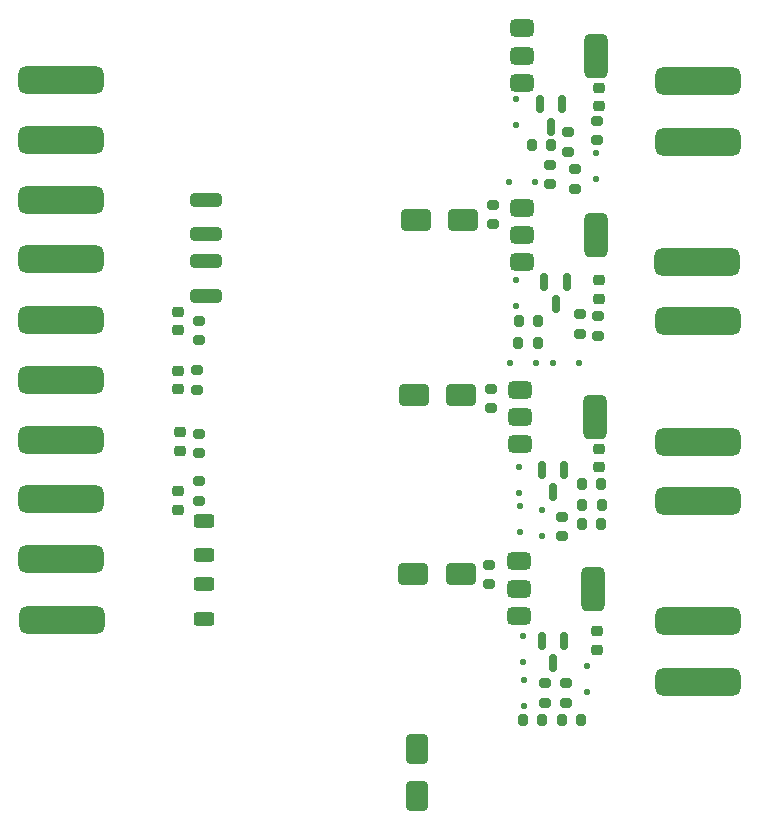
<source format=gbr>
%TF.GenerationSoftware,KiCad,Pcbnew,7.0.11*%
%TF.CreationDate,2025-09-14T18:45:34-04:00*%
%TF.ProjectId,14.1.7 - PMOS - PLC Connector Combined,31342e31-2e37-4202-9d20-504d4f53202d,rev?*%
%TF.SameCoordinates,Original*%
%TF.FileFunction,Paste,Top*%
%TF.FilePolarity,Positive*%
%FSLAX46Y46*%
G04 Gerber Fmt 4.6, Leading zero omitted, Abs format (unit mm)*
G04 Created by KiCad (PCBNEW 7.0.11) date 2025-09-14 18:45:34*
%MOMM*%
%LPD*%
G01*
G04 APERTURE LIST*
G04 Aperture macros list*
%AMRoundRect*
0 Rectangle with rounded corners*
0 $1 Rounding radius*
0 $2 $3 $4 $5 $6 $7 $8 $9 X,Y pos of 4 corners*
0 Add a 4 corners polygon primitive as box body*
4,1,4,$2,$3,$4,$5,$6,$7,$8,$9,$2,$3,0*
0 Add four circle primitives for the rounded corners*
1,1,$1+$1,$2,$3*
1,1,$1+$1,$4,$5*
1,1,$1+$1,$6,$7*
1,1,$1+$1,$8,$9*
0 Add four rect primitives between the rounded corners*
20,1,$1+$1,$2,$3,$4,$5,0*
20,1,$1+$1,$4,$5,$6,$7,0*
20,1,$1+$1,$6,$7,$8,$9,0*
20,1,$1+$1,$8,$9,$2,$3,0*%
G04 Aperture macros list end*
%ADD10RoundRect,0.200000X-0.275000X0.200000X-0.275000X-0.200000X0.275000X-0.200000X0.275000X0.200000X0*%
%ADD11RoundRect,0.125000X0.125000X-0.125000X0.125000X0.125000X-0.125000X0.125000X-0.125000X-0.125000X0*%
%ADD12RoundRect,0.572500X-3.045750X-0.572500X3.045750X-0.572500X3.045750X0.572500X-3.045750X0.572500X0*%
%ADD13RoundRect,0.200000X0.275000X-0.200000X0.275000X0.200000X-0.275000X0.200000X-0.275000X-0.200000X0*%
%ADD14RoundRect,0.218750X0.256250X-0.218750X0.256250X0.218750X-0.256250X0.218750X-0.256250X-0.218750X0*%
%ADD15RoundRect,0.125000X-0.125000X0.125000X-0.125000X-0.125000X0.125000X-0.125000X0.125000X0.125000X0*%
%ADD16RoundRect,0.200000X0.200000X0.275000X-0.200000X0.275000X-0.200000X-0.275000X0.200000X-0.275000X0*%
%ADD17RoundRect,0.250000X-0.650000X1.000000X-0.650000X-1.000000X0.650000X-1.000000X0.650000X1.000000X0*%
%ADD18RoundRect,0.150000X-0.150000X0.587500X-0.150000X-0.587500X0.150000X-0.587500X0.150000X0.587500X0*%
%ADD19RoundRect,0.200000X-0.200000X-0.275000X0.200000X-0.275000X0.200000X0.275000X-0.200000X0.275000X0*%
%ADD20RoundRect,0.375000X-0.625000X-0.375000X0.625000X-0.375000X0.625000X0.375000X-0.625000X0.375000X0*%
%ADD21RoundRect,0.500000X-0.500000X-1.400000X0.500000X-1.400000X0.500000X1.400000X-0.500000X1.400000X0*%
%ADD22RoundRect,0.250000X-1.000000X-0.650000X1.000000X-0.650000X1.000000X0.650000X-1.000000X0.650000X0*%
%ADD23RoundRect,0.125000X-0.125000X-0.125000X0.125000X-0.125000X0.125000X0.125000X-0.125000X0.125000X0*%
%ADD24RoundRect,0.250000X1.075000X-0.312500X1.075000X0.312500X-1.075000X0.312500X-1.075000X-0.312500X0*%
%ADD25RoundRect,0.250000X0.625000X-0.312500X0.625000X0.312500X-0.625000X0.312500X-0.625000X-0.312500X0*%
%ADD26RoundRect,0.125000X0.125000X0.125000X-0.125000X0.125000X-0.125000X-0.125000X0.125000X-0.125000X0*%
G04 APERTURE END LIST*
D10*
%TO.C,R3*%
X110880000Y-82750000D03*
X110880000Y-84400000D03*
%TD*%
%TO.C,R7*%
X110530000Y-113230000D03*
X110530000Y-114880000D03*
%TD*%
D11*
%TO.C,D13*%
X118840000Y-123980000D03*
X118840000Y-121780000D03*
%TD*%
D12*
%TO.C,J302*%
X128210000Y-118050000D03*
%TD*%
D13*
%TO.C,R17*%
X119660000Y-77310000D03*
X119660000Y-75660000D03*
%TD*%
D10*
%TO.C,R205*%
X86000000Y-106175000D03*
X86000000Y-107825000D03*
%TD*%
D14*
%TO.C,D204*%
X84200000Y-93387500D03*
X84200000Y-91812500D03*
%TD*%
%TO.C,D3*%
X119690000Y-120455000D03*
X119690000Y-118880000D03*
%TD*%
D12*
%TO.C,J310*%
X128240000Y-72320000D03*
%TD*%
D15*
%TO.C,D7*%
X115040000Y-108642500D03*
X115040000Y-110842500D03*
%TD*%
D13*
%TO.C,R5*%
X116700000Y-110840000D03*
X116700000Y-109190000D03*
%TD*%
D15*
%TO.C,D14*%
X113190000Y-108302500D03*
X113190000Y-110502500D03*
%TD*%
D16*
%TO.C,R21*%
X114685000Y-92570000D03*
X113035000Y-92570000D03*
%TD*%
%TO.C,R14*%
X120025000Y-109800000D03*
X118375000Y-109800000D03*
%TD*%
D12*
%TO.C,J210*%
X74278250Y-72187224D03*
%TD*%
D15*
%TO.C,D11*%
X113110000Y-104942500D03*
X113110000Y-107142500D03*
%TD*%
D14*
%TO.C,D1*%
X119820000Y-74437500D03*
X119820000Y-72862500D03*
%TD*%
D12*
%TO.C,J209*%
X74278250Y-77245000D03*
%TD*%
D10*
%TO.C,R6*%
X110680000Y-98335000D03*
X110680000Y-99985000D03*
%TD*%
%TO.C,R206*%
X86000000Y-102150000D03*
X86000000Y-103800000D03*
%TD*%
D17*
%TO.C,D303*%
X104400000Y-128862500D03*
X104400000Y-132862500D03*
%TD*%
D18*
%TO.C,Q1*%
X116880000Y-119700000D03*
X114980000Y-119700000D03*
X115930000Y-121575000D03*
%TD*%
D19*
%TO.C,R18*%
X118415000Y-108200000D03*
X120065000Y-108200000D03*
%TD*%
D12*
%TO.C,J314*%
X128230000Y-102820000D03*
%TD*%
D13*
%TO.C,R208*%
X86000000Y-94225000D03*
X86000000Y-92575000D03*
%TD*%
D12*
%TO.C,J311*%
X128260000Y-92650000D03*
%TD*%
D20*
%TO.C,Q8*%
X113170000Y-98420000D03*
X113170000Y-100720000D03*
X113170000Y-103020000D03*
D21*
X119470000Y-100720000D03*
%TD*%
D12*
%TO.C,J206*%
X74308250Y-92488334D03*
%TD*%
D11*
%TO.C,D6*%
X112830000Y-91357500D03*
X112830000Y-89157500D03*
%TD*%
D12*
%TO.C,J306*%
X128180000Y-87590000D03*
%TD*%
%TO.C,J307*%
X128230000Y-123140000D03*
%TD*%
D22*
%TO.C,D302*%
X104120000Y-113990000D03*
X108120000Y-113990000D03*
%TD*%
D20*
%TO.C,Q6*%
X113300000Y-83007500D03*
X113300000Y-85307500D03*
X113300000Y-87607500D03*
D21*
X119600000Y-85307500D03*
%TD*%
D19*
%TO.C,R12*%
X118375000Y-106400000D03*
X120025000Y-106400000D03*
%TD*%
D23*
%TO.C,D15*%
X112350000Y-96140000D03*
X114550000Y-96140000D03*
%TD*%
D12*
%TO.C,J202*%
X74298250Y-112799446D03*
%TD*%
D14*
%TO.C,D203*%
X84200000Y-98387500D03*
X84200000Y-96812500D03*
%TD*%
D12*
%TO.C,J309*%
X128230000Y-77420000D03*
%TD*%
D18*
%TO.C,Q2*%
X116900000Y-105240000D03*
X115000000Y-105240000D03*
X115950000Y-107115000D03*
%TD*%
D11*
%TO.C,D5*%
X112800000Y-76017500D03*
X112800000Y-73817500D03*
%TD*%
D13*
%TO.C,R10*%
X119780000Y-93860000D03*
X119780000Y-92210000D03*
%TD*%
D24*
%TO.C,R204*%
X86600000Y-85262500D03*
X86600000Y-82337500D03*
%TD*%
D12*
%TO.C,J203*%
X74308250Y-107721668D03*
%TD*%
D11*
%TO.C,D12*%
X113460000Y-125200000D03*
X113460000Y-123000000D03*
%TD*%
D25*
%TO.C,R202*%
X86400000Y-112462500D03*
X86400000Y-109537500D03*
%TD*%
D19*
%TO.C,R20*%
X113020000Y-94460000D03*
X114670000Y-94460000D03*
%TD*%
%TO.C,R4*%
X114135000Y-77680000D03*
X115785000Y-77680000D03*
%TD*%
D12*
%TO.C,J315*%
X128210000Y-107880000D03*
%TD*%
%TO.C,J208*%
X74298250Y-82342778D03*
%TD*%
D22*
%TO.C,D301*%
X104160000Y-98860000D03*
X108160000Y-98860000D03*
%TD*%
D25*
%TO.C,R201*%
X86400000Y-117800000D03*
X86400000Y-114875000D03*
%TD*%
D18*
%TO.C,Q3*%
X117120000Y-89315000D03*
X115220000Y-89315000D03*
X116170000Y-91190000D03*
%TD*%
D12*
%TO.C,J201*%
X74370000Y-117920000D03*
%TD*%
D16*
%TO.C,R8*%
X115040000Y-126430000D03*
X113390000Y-126430000D03*
%TD*%
D19*
%TO.C,R11*%
X116690000Y-126380000D03*
X118340000Y-126380000D03*
%TD*%
D26*
%TO.C,D10*%
X118160000Y-96160000D03*
X115960000Y-96160000D03*
%TD*%
D20*
%TO.C,Q5*%
X113300000Y-67840000D03*
X113300000Y-70140000D03*
X113300000Y-72440000D03*
D21*
X119600000Y-70140000D03*
%TD*%
D13*
%TO.C,R9*%
X117850000Y-81405000D03*
X117850000Y-79755000D03*
%TD*%
D14*
%TO.C,D4*%
X119820000Y-104987500D03*
X119820000Y-103412500D03*
%TD*%
D23*
%TO.C,D16*%
X112230000Y-80860000D03*
X114430000Y-80860000D03*
%TD*%
D13*
%TO.C,R19*%
X115260000Y-124935000D03*
X115260000Y-123285000D03*
%TD*%
D10*
%TO.C,R15*%
X118220000Y-92030000D03*
X118220000Y-93680000D03*
%TD*%
D22*
%TO.C,D309*%
X104360000Y-84070000D03*
X108360000Y-84070000D03*
%TD*%
D24*
%TO.C,R203*%
X86600000Y-90462500D03*
X86600000Y-87537500D03*
%TD*%
D18*
%TO.C,Q4*%
X116710000Y-74272500D03*
X114810000Y-74272500D03*
X115760000Y-76147500D03*
%TD*%
D12*
%TO.C,J204*%
X74298250Y-102653890D03*
%TD*%
%TO.C,J207*%
X74308250Y-87400556D03*
%TD*%
%TO.C,J205*%
X74280000Y-97590000D03*
%TD*%
D10*
%TO.C,R207*%
X85800000Y-96775000D03*
X85800000Y-98425000D03*
%TD*%
D14*
%TO.C,D202*%
X84400000Y-103600000D03*
X84400000Y-102025000D03*
%TD*%
D11*
%TO.C,D8*%
X113450000Y-121457500D03*
X113450000Y-119257500D03*
%TD*%
D14*
%TO.C,D201*%
X84200000Y-108600000D03*
X84200000Y-107025000D03*
%TD*%
D20*
%TO.C,Q10*%
X113040000Y-112960000D03*
X113040000Y-115260000D03*
X113040000Y-117560000D03*
D21*
X119340000Y-115260000D03*
%TD*%
D14*
%TO.C,D2*%
X119820000Y-90710000D03*
X119820000Y-89135000D03*
%TD*%
D10*
%TO.C,R13*%
X117040000Y-123265000D03*
X117040000Y-124915000D03*
%TD*%
D13*
%TO.C,R1*%
X115700000Y-81025000D03*
X115700000Y-79375000D03*
%TD*%
D11*
%TO.C,D9*%
X119590000Y-80600000D03*
X119590000Y-78400000D03*
%TD*%
D13*
%TO.C,R2*%
X117260000Y-78270000D03*
X117260000Y-76620000D03*
%TD*%
M02*

</source>
